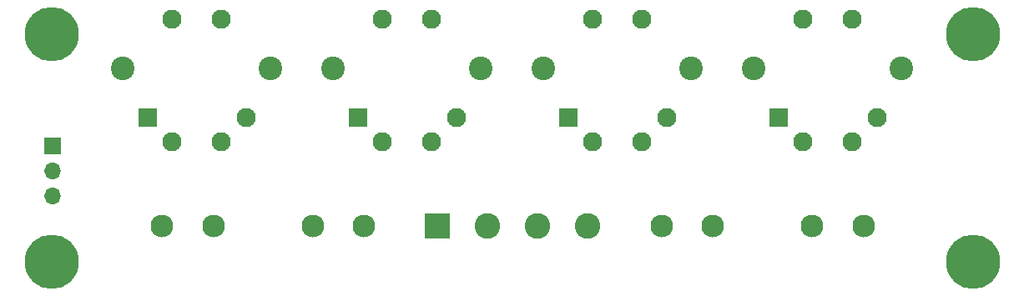
<source format=gbr>
%TF.GenerationSoftware,KiCad,Pcbnew,(6.0.5)*%
%TF.CreationDate,2022-11-10T13:27:30+10:30*%
%TF.ProjectId,1541-II PS,31353431-2d49-4492-9050-532e6b696361,rev?*%
%TF.SameCoordinates,Original*%
%TF.FileFunction,Soldermask,Bot*%
%TF.FilePolarity,Negative*%
%FSLAX46Y46*%
G04 Gerber Fmt 4.6, Leading zero omitted, Abs format (unit mm)*
G04 Created by KiCad (PCBNEW (6.0.5)) date 2022-11-10 13:27:30*
%MOMM*%
%LPD*%
G01*
G04 APERTURE LIST*
%ADD10R,1.700000X1.700000*%
%ADD11O,1.700000X1.700000*%
%ADD12C,5.500000*%
%ADD13C,3.600000*%
%ADD14C,2.400000*%
%ADD15R,1.950000X1.950000*%
%ADD16C,1.950000*%
%ADD17R,2.600000X2.600000*%
%ADD18C,2.600000*%
%ADD19C,2.300000*%
G04 APERTURE END LIST*
D10*
%TO.C,J6*%
X50165000Y-65786000D03*
D11*
X50165000Y-68326000D03*
X50165000Y-70866000D03*
%TD*%
D12*
%TO.C,REF\u002A\u002A*%
X143510000Y-54483000D03*
D13*
X143510000Y-54483000D03*
%TD*%
D14*
%TO.C,J1*%
X72270000Y-57912000D03*
X57270000Y-57912000D03*
D15*
X59770000Y-62912000D03*
D16*
X62270000Y-65412000D03*
X67270000Y-65412000D03*
X69770000Y-62912000D03*
X67270000Y-52912000D03*
X62270000Y-52912000D03*
%TD*%
D17*
%TO.C,J5*%
X89154000Y-73965000D03*
D18*
X94234000Y-73965000D03*
X99314000Y-73965000D03*
X104394000Y-73965000D03*
%TD*%
D19*
%TO.C,F1*%
X61251000Y-73914000D03*
X66451000Y-73914000D03*
X81751000Y-73914000D03*
X76551000Y-73914000D03*
%TD*%
%TO.C,F2*%
X111924000Y-73914000D03*
X117124000Y-73914000D03*
X132424000Y-73914000D03*
X127224000Y-73914000D03*
%TD*%
D12*
%TO.C,REF\u002A\u002A*%
X50038000Y-54483000D03*
D13*
X50038000Y-54483000D03*
%TD*%
D12*
%TO.C,REF\u002A\u002A*%
X143510000Y-77597000D03*
D13*
X143510000Y-77597000D03*
%TD*%
%TO.C,REF\u002A\u002A*%
X50038000Y-77597000D03*
D12*
X50038000Y-77597000D03*
%TD*%
D14*
%TO.C,J3*%
X99942000Y-57912000D03*
X114942000Y-57912000D03*
D15*
X102442000Y-62912000D03*
D16*
X104942000Y-65412000D03*
X109942000Y-65412000D03*
X112442000Y-62912000D03*
X109942000Y-52912000D03*
X104942000Y-52912000D03*
%TD*%
D14*
%TO.C,J2*%
X93606000Y-57912000D03*
X78606000Y-57912000D03*
D15*
X81106000Y-62912000D03*
D16*
X83606000Y-65412000D03*
X88606000Y-65412000D03*
X91106000Y-62912000D03*
X88606000Y-52912000D03*
X83606000Y-52912000D03*
%TD*%
D14*
%TO.C,J4*%
X121278000Y-57912000D03*
X136278000Y-57912000D03*
D15*
X123778000Y-62912000D03*
D16*
X126278000Y-65412000D03*
X131278000Y-65412000D03*
X133778000Y-62912000D03*
X131278000Y-52912000D03*
X126278000Y-52912000D03*
%TD*%
M02*

</source>
